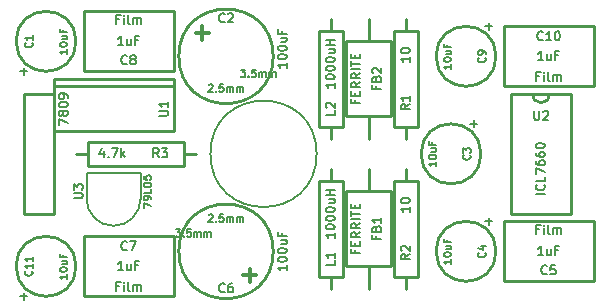
<source format=gto>
G04 (created by PCBNEW (2013-07-07 BZR 4022)-stable) date 8/2/2014 11:46:22 PM*
%MOIN*%
G04 Gerber Fmt 3.4, Leading zero omitted, Abs format*
%FSLAX34Y34*%
G01*
G70*
G90*
G04 APERTURE LIST*
%ADD10C,0.00590551*%
%ADD11C,0.01*%
%ADD12C,0.006*%
%ADD13C,0.005*%
%ADD14C,0.012*%
G04 APERTURE END LIST*
G54D10*
X68900Y-60000D02*
X68900Y-59150D01*
X68900Y-59150D02*
X67100Y-59150D01*
X67100Y-59150D02*
X67100Y-60000D01*
X67100Y-60000D02*
G75*
G03X68000Y-60900I900J0D01*
G74*
G01*
X68000Y-60900D02*
G75*
G03X68900Y-60000I0J900D01*
G74*
G01*
G54D11*
X66000Y-56250D02*
X66000Y-56000D01*
X66000Y-56000D02*
X70000Y-56000D01*
X70000Y-56000D02*
X70000Y-56250D01*
X66000Y-57750D02*
X66000Y-56250D01*
X66000Y-56250D02*
X70000Y-56250D01*
X70000Y-56250D02*
X70000Y-57750D01*
X70000Y-57750D02*
X66000Y-57750D01*
X70750Y-58500D02*
X70350Y-58500D01*
X70350Y-58500D02*
X70350Y-58900D01*
X70350Y-58900D02*
X67150Y-58900D01*
X67150Y-58900D02*
X67150Y-58100D01*
X67150Y-58100D02*
X70350Y-58100D01*
X70350Y-58100D02*
X70350Y-58500D01*
X66750Y-58500D02*
X67150Y-58500D01*
X77750Y-58000D02*
X77750Y-57600D01*
X77750Y-57600D02*
X77350Y-57600D01*
X77350Y-57600D02*
X77350Y-54400D01*
X77350Y-54400D02*
X78150Y-54400D01*
X78150Y-54400D02*
X78150Y-57600D01*
X78150Y-57600D02*
X77750Y-57600D01*
X77750Y-54000D02*
X77750Y-54400D01*
X75250Y-58000D02*
X75250Y-57600D01*
X75250Y-57600D02*
X74850Y-57600D01*
X74850Y-57600D02*
X74850Y-54400D01*
X74850Y-54400D02*
X75650Y-54400D01*
X75650Y-54400D02*
X75650Y-57600D01*
X75650Y-57600D02*
X75250Y-57600D01*
X75250Y-54000D02*
X75250Y-54400D01*
X77750Y-63000D02*
X77750Y-62600D01*
X77750Y-62600D02*
X77350Y-62600D01*
X77350Y-62600D02*
X77350Y-59400D01*
X77350Y-59400D02*
X78150Y-59400D01*
X78150Y-59400D02*
X78150Y-62600D01*
X78150Y-62600D02*
X77750Y-62600D01*
X77750Y-59000D02*
X77750Y-59400D01*
X75250Y-63000D02*
X75250Y-62600D01*
X75250Y-62600D02*
X74850Y-62600D01*
X74850Y-62600D02*
X74850Y-59400D01*
X74850Y-59400D02*
X75650Y-59400D01*
X75650Y-59400D02*
X75650Y-62600D01*
X75650Y-62600D02*
X75250Y-62600D01*
X75250Y-59000D02*
X75250Y-59400D01*
X65000Y-60500D02*
X65000Y-56500D01*
X66000Y-60500D02*
X66000Y-56500D01*
X66000Y-56500D02*
X65000Y-56500D01*
X65000Y-60500D02*
X66000Y-60500D01*
X73324Y-61750D02*
G75*
G03X73324Y-61750I-1574J0D01*
G74*
G01*
X73324Y-55250D02*
G75*
G03X73324Y-55250I-1574J0D01*
G74*
G01*
X75750Y-59750D02*
X75750Y-62250D01*
X77250Y-59750D02*
X77250Y-62250D01*
X76500Y-59750D02*
X77250Y-59750D01*
X77250Y-62250D02*
X75750Y-62250D01*
X75750Y-59750D02*
X76500Y-59750D01*
X76500Y-63000D02*
X76500Y-62250D01*
X76500Y-59000D02*
X76500Y-59750D01*
X75750Y-54750D02*
X75750Y-57250D01*
X77250Y-54750D02*
X77250Y-57250D01*
X76500Y-54750D02*
X77250Y-54750D01*
X77250Y-57250D02*
X75750Y-57250D01*
X75750Y-54750D02*
X76500Y-54750D01*
X76500Y-58000D02*
X76500Y-57250D01*
X76500Y-54000D02*
X76500Y-54750D01*
X66750Y-62250D02*
G75*
G03X66750Y-62250I-1000J0D01*
G74*
G01*
X80750Y-61750D02*
G75*
G03X80750Y-61750I-1000J0D01*
G74*
G01*
X80750Y-55250D02*
G75*
G03X80750Y-55250I-1000J0D01*
G74*
G01*
X80250Y-58500D02*
G75*
G03X80250Y-58500I-1000J0D01*
G74*
G01*
X66750Y-54750D02*
G75*
G03X66750Y-54750I-1000J0D01*
G74*
G01*
X82250Y-56800D02*
G75*
G03X82550Y-56500I0J300D01*
G74*
G01*
X81950Y-56500D02*
G75*
G03X82250Y-56800I300J0D01*
G74*
G01*
X83250Y-56500D02*
X83250Y-60500D01*
X83250Y-60500D02*
X81250Y-60500D01*
X81250Y-60500D02*
X81250Y-56500D01*
X81250Y-56500D02*
X83250Y-56500D01*
X70000Y-61250D02*
X70000Y-63250D01*
X70000Y-63250D02*
X67000Y-63250D01*
X67000Y-63250D02*
X67000Y-61250D01*
X67000Y-61250D02*
X70000Y-61250D01*
X81000Y-62750D02*
X81000Y-60750D01*
X81000Y-60750D02*
X84000Y-60750D01*
X84000Y-60750D02*
X84000Y-62750D01*
X84000Y-62750D02*
X81000Y-62750D01*
X67000Y-55750D02*
X67000Y-53750D01*
X67000Y-53750D02*
X70000Y-53750D01*
X70000Y-53750D02*
X70000Y-55750D01*
X70000Y-55750D02*
X67000Y-55750D01*
X84000Y-54250D02*
X84000Y-56250D01*
X84000Y-56250D02*
X81000Y-56250D01*
X81000Y-56250D02*
X81000Y-54250D01*
X81000Y-54250D02*
X84000Y-54250D01*
G54D10*
X74771Y-58500D02*
G75*
G03X74771Y-58500I-1771J0D01*
G74*
G01*
G54D12*
X66671Y-59978D02*
X66914Y-59978D01*
X66942Y-59964D01*
X66957Y-59950D01*
X66971Y-59921D01*
X66971Y-59864D01*
X66957Y-59835D01*
X66942Y-59821D01*
X66914Y-59807D01*
X66671Y-59807D01*
X66671Y-59692D02*
X66671Y-59507D01*
X66785Y-59607D01*
X66785Y-59564D01*
X66800Y-59535D01*
X66814Y-59521D01*
X66842Y-59507D01*
X66914Y-59507D01*
X66942Y-59521D01*
X66957Y-59535D01*
X66971Y-59564D01*
X66971Y-59650D01*
X66957Y-59678D01*
X66942Y-59692D01*
G54D13*
X69001Y-60291D02*
X69001Y-60125D01*
X69251Y-60232D01*
X69251Y-60017D02*
X69251Y-59970D01*
X69239Y-59946D01*
X69227Y-59934D01*
X69191Y-59910D01*
X69144Y-59898D01*
X69048Y-59898D01*
X69025Y-59910D01*
X69013Y-59922D01*
X69001Y-59946D01*
X69001Y-59994D01*
X69013Y-60017D01*
X69025Y-60029D01*
X69048Y-60041D01*
X69108Y-60041D01*
X69132Y-60029D01*
X69144Y-60017D01*
X69155Y-59994D01*
X69155Y-59946D01*
X69144Y-59922D01*
X69132Y-59910D01*
X69108Y-59898D01*
X69251Y-59672D02*
X69251Y-59791D01*
X69001Y-59791D01*
X69001Y-59541D02*
X69001Y-59517D01*
X69013Y-59494D01*
X69025Y-59482D01*
X69048Y-59470D01*
X69096Y-59458D01*
X69155Y-59458D01*
X69203Y-59470D01*
X69227Y-59482D01*
X69239Y-59494D01*
X69251Y-59517D01*
X69251Y-59541D01*
X69239Y-59565D01*
X69227Y-59577D01*
X69203Y-59589D01*
X69155Y-59601D01*
X69096Y-59601D01*
X69048Y-59589D01*
X69025Y-59577D01*
X69013Y-59565D01*
X69001Y-59541D01*
X69001Y-59232D02*
X69001Y-59351D01*
X69120Y-59363D01*
X69108Y-59351D01*
X69096Y-59327D01*
X69096Y-59267D01*
X69108Y-59244D01*
X69120Y-59232D01*
X69144Y-59220D01*
X69203Y-59220D01*
X69227Y-59232D01*
X69239Y-59244D01*
X69251Y-59267D01*
X69251Y-59327D01*
X69239Y-59351D01*
X69227Y-59363D01*
G54D12*
X69521Y-57228D02*
X69764Y-57228D01*
X69792Y-57214D01*
X69807Y-57200D01*
X69821Y-57171D01*
X69821Y-57114D01*
X69807Y-57085D01*
X69792Y-57071D01*
X69764Y-57057D01*
X69521Y-57057D01*
X69821Y-56757D02*
X69821Y-56928D01*
X69821Y-56842D02*
X69521Y-56842D01*
X69564Y-56871D01*
X69592Y-56900D01*
X69607Y-56928D01*
X66171Y-57528D02*
X66171Y-57328D01*
X66471Y-57457D01*
X66300Y-57171D02*
X66285Y-57200D01*
X66271Y-57214D01*
X66242Y-57228D01*
X66228Y-57228D01*
X66200Y-57214D01*
X66185Y-57200D01*
X66171Y-57171D01*
X66171Y-57114D01*
X66185Y-57085D01*
X66200Y-57071D01*
X66228Y-57057D01*
X66242Y-57057D01*
X66271Y-57071D01*
X66285Y-57085D01*
X66300Y-57114D01*
X66300Y-57171D01*
X66314Y-57200D01*
X66328Y-57214D01*
X66357Y-57228D01*
X66414Y-57228D01*
X66442Y-57214D01*
X66457Y-57200D01*
X66471Y-57171D01*
X66471Y-57114D01*
X66457Y-57085D01*
X66442Y-57071D01*
X66414Y-57057D01*
X66357Y-57057D01*
X66328Y-57071D01*
X66314Y-57085D01*
X66300Y-57114D01*
X66171Y-56871D02*
X66171Y-56842D01*
X66185Y-56814D01*
X66200Y-56800D01*
X66228Y-56785D01*
X66285Y-56771D01*
X66357Y-56771D01*
X66414Y-56785D01*
X66442Y-56800D01*
X66457Y-56814D01*
X66471Y-56842D01*
X66471Y-56871D01*
X66457Y-56900D01*
X66442Y-56914D01*
X66414Y-56928D01*
X66357Y-56942D01*
X66285Y-56942D01*
X66228Y-56928D01*
X66200Y-56914D01*
X66185Y-56900D01*
X66171Y-56871D01*
X66471Y-56628D02*
X66471Y-56571D01*
X66457Y-56542D01*
X66442Y-56528D01*
X66400Y-56500D01*
X66342Y-56485D01*
X66228Y-56485D01*
X66200Y-56500D01*
X66185Y-56514D01*
X66171Y-56542D01*
X66171Y-56600D01*
X66185Y-56628D01*
X66200Y-56642D01*
X66228Y-56657D01*
X66300Y-56657D01*
X66328Y-56642D01*
X66342Y-56628D01*
X66357Y-56600D01*
X66357Y-56542D01*
X66342Y-56514D01*
X66328Y-56500D01*
X66300Y-56485D01*
X69500Y-58621D02*
X69400Y-58478D01*
X69328Y-58621D02*
X69328Y-58321D01*
X69442Y-58321D01*
X69471Y-58335D01*
X69485Y-58350D01*
X69500Y-58378D01*
X69500Y-58421D01*
X69485Y-58450D01*
X69471Y-58464D01*
X69442Y-58478D01*
X69328Y-58478D01*
X69600Y-58321D02*
X69785Y-58321D01*
X69685Y-58435D01*
X69728Y-58435D01*
X69757Y-58450D01*
X69771Y-58464D01*
X69785Y-58492D01*
X69785Y-58564D01*
X69771Y-58592D01*
X69757Y-58607D01*
X69728Y-58621D01*
X69642Y-58621D01*
X69614Y-58607D01*
X69600Y-58592D01*
X67671Y-58421D02*
X67671Y-58621D01*
X67600Y-58307D02*
X67528Y-58521D01*
X67714Y-58521D01*
X67828Y-58592D02*
X67842Y-58607D01*
X67828Y-58621D01*
X67814Y-58607D01*
X67828Y-58592D01*
X67828Y-58621D01*
X67942Y-58321D02*
X68142Y-58321D01*
X68014Y-58621D01*
X68257Y-58621D02*
X68257Y-58321D01*
X68285Y-58507D02*
X68371Y-58621D01*
X68371Y-58421D02*
X68257Y-58535D01*
X77871Y-56850D02*
X77728Y-56950D01*
X77871Y-57021D02*
X77571Y-57021D01*
X77571Y-56907D01*
X77585Y-56878D01*
X77600Y-56864D01*
X77628Y-56850D01*
X77671Y-56850D01*
X77700Y-56864D01*
X77714Y-56878D01*
X77728Y-56907D01*
X77728Y-57021D01*
X77871Y-56564D02*
X77871Y-56735D01*
X77871Y-56650D02*
X77571Y-56650D01*
X77614Y-56678D01*
X77642Y-56707D01*
X77657Y-56735D01*
X77871Y-55257D02*
X77871Y-55428D01*
X77871Y-55342D02*
X77571Y-55342D01*
X77614Y-55371D01*
X77642Y-55400D01*
X77657Y-55428D01*
X77571Y-55071D02*
X77571Y-55042D01*
X77585Y-55014D01*
X77600Y-55000D01*
X77628Y-54985D01*
X77685Y-54971D01*
X77757Y-54971D01*
X77814Y-54985D01*
X77842Y-55000D01*
X77857Y-55014D01*
X77871Y-55042D01*
X77871Y-55071D01*
X77857Y-55100D01*
X77842Y-55114D01*
X77814Y-55128D01*
X77757Y-55142D01*
X77685Y-55142D01*
X77628Y-55128D01*
X77600Y-55114D01*
X77585Y-55100D01*
X77571Y-55071D01*
X75371Y-57049D02*
X75371Y-57192D01*
X75071Y-57192D01*
X75100Y-56964D02*
X75085Y-56949D01*
X75071Y-56921D01*
X75071Y-56849D01*
X75085Y-56821D01*
X75100Y-56807D01*
X75128Y-56792D01*
X75157Y-56792D01*
X75200Y-56807D01*
X75371Y-56978D01*
X75371Y-56792D01*
X75371Y-56135D02*
X75371Y-56307D01*
X75371Y-56221D02*
X75071Y-56221D01*
X75114Y-56249D01*
X75142Y-56278D01*
X75157Y-56307D01*
X75071Y-55950D02*
X75071Y-55921D01*
X75085Y-55892D01*
X75100Y-55878D01*
X75128Y-55864D01*
X75185Y-55850D01*
X75257Y-55850D01*
X75314Y-55864D01*
X75342Y-55878D01*
X75357Y-55892D01*
X75371Y-55921D01*
X75371Y-55950D01*
X75357Y-55978D01*
X75342Y-55992D01*
X75314Y-56007D01*
X75257Y-56021D01*
X75185Y-56021D01*
X75128Y-56007D01*
X75100Y-55992D01*
X75085Y-55978D01*
X75071Y-55950D01*
X75071Y-55664D02*
X75071Y-55635D01*
X75085Y-55607D01*
X75100Y-55592D01*
X75128Y-55578D01*
X75185Y-55564D01*
X75257Y-55564D01*
X75314Y-55578D01*
X75342Y-55592D01*
X75357Y-55607D01*
X75371Y-55635D01*
X75371Y-55664D01*
X75357Y-55692D01*
X75342Y-55707D01*
X75314Y-55721D01*
X75257Y-55735D01*
X75185Y-55735D01*
X75128Y-55721D01*
X75100Y-55707D01*
X75085Y-55692D01*
X75071Y-55664D01*
X75071Y-55378D02*
X75071Y-55350D01*
X75085Y-55321D01*
X75100Y-55307D01*
X75128Y-55292D01*
X75185Y-55278D01*
X75257Y-55278D01*
X75314Y-55292D01*
X75342Y-55307D01*
X75357Y-55321D01*
X75371Y-55350D01*
X75371Y-55378D01*
X75357Y-55407D01*
X75342Y-55421D01*
X75314Y-55435D01*
X75257Y-55450D01*
X75185Y-55450D01*
X75128Y-55435D01*
X75100Y-55421D01*
X75085Y-55407D01*
X75071Y-55378D01*
X75171Y-55021D02*
X75371Y-55021D01*
X75171Y-55150D02*
X75328Y-55150D01*
X75357Y-55135D01*
X75371Y-55107D01*
X75371Y-55064D01*
X75357Y-55035D01*
X75342Y-55021D01*
X75371Y-54878D02*
X75071Y-54878D01*
X75214Y-54878D02*
X75214Y-54707D01*
X75371Y-54707D02*
X75071Y-54707D01*
X77871Y-61850D02*
X77728Y-61950D01*
X77871Y-62021D02*
X77571Y-62021D01*
X77571Y-61907D01*
X77585Y-61878D01*
X77600Y-61864D01*
X77628Y-61850D01*
X77671Y-61850D01*
X77700Y-61864D01*
X77714Y-61878D01*
X77728Y-61907D01*
X77728Y-62021D01*
X77600Y-61735D02*
X77585Y-61721D01*
X77571Y-61692D01*
X77571Y-61621D01*
X77585Y-61592D01*
X77600Y-61578D01*
X77628Y-61564D01*
X77657Y-61564D01*
X77700Y-61578D01*
X77871Y-61750D01*
X77871Y-61564D01*
X77871Y-60257D02*
X77871Y-60428D01*
X77871Y-60342D02*
X77571Y-60342D01*
X77614Y-60371D01*
X77642Y-60400D01*
X77657Y-60428D01*
X77571Y-60071D02*
X77571Y-60042D01*
X77585Y-60014D01*
X77600Y-60000D01*
X77628Y-59985D01*
X77685Y-59971D01*
X77757Y-59971D01*
X77814Y-59985D01*
X77842Y-60000D01*
X77857Y-60014D01*
X77871Y-60042D01*
X77871Y-60071D01*
X77857Y-60100D01*
X77842Y-60114D01*
X77814Y-60128D01*
X77757Y-60142D01*
X77685Y-60142D01*
X77628Y-60128D01*
X77600Y-60114D01*
X77585Y-60100D01*
X77571Y-60071D01*
X75371Y-62049D02*
X75371Y-62192D01*
X75071Y-62192D01*
X75371Y-61792D02*
X75371Y-61964D01*
X75371Y-61878D02*
X75071Y-61878D01*
X75114Y-61907D01*
X75142Y-61935D01*
X75157Y-61964D01*
X75371Y-61135D02*
X75371Y-61307D01*
X75371Y-61221D02*
X75071Y-61221D01*
X75114Y-61249D01*
X75142Y-61278D01*
X75157Y-61307D01*
X75071Y-60950D02*
X75071Y-60921D01*
X75085Y-60892D01*
X75100Y-60878D01*
X75128Y-60864D01*
X75185Y-60850D01*
X75257Y-60850D01*
X75314Y-60864D01*
X75342Y-60878D01*
X75357Y-60892D01*
X75371Y-60921D01*
X75371Y-60950D01*
X75357Y-60978D01*
X75342Y-60992D01*
X75314Y-61007D01*
X75257Y-61021D01*
X75185Y-61021D01*
X75128Y-61007D01*
X75100Y-60992D01*
X75085Y-60978D01*
X75071Y-60950D01*
X75071Y-60664D02*
X75071Y-60635D01*
X75085Y-60607D01*
X75100Y-60592D01*
X75128Y-60578D01*
X75185Y-60564D01*
X75257Y-60564D01*
X75314Y-60578D01*
X75342Y-60592D01*
X75357Y-60607D01*
X75371Y-60635D01*
X75371Y-60664D01*
X75357Y-60692D01*
X75342Y-60707D01*
X75314Y-60721D01*
X75257Y-60735D01*
X75185Y-60735D01*
X75128Y-60721D01*
X75100Y-60707D01*
X75085Y-60692D01*
X75071Y-60664D01*
X75071Y-60378D02*
X75071Y-60350D01*
X75085Y-60321D01*
X75100Y-60307D01*
X75128Y-60292D01*
X75185Y-60278D01*
X75257Y-60278D01*
X75314Y-60292D01*
X75342Y-60307D01*
X75357Y-60321D01*
X75371Y-60350D01*
X75371Y-60378D01*
X75357Y-60407D01*
X75342Y-60421D01*
X75314Y-60435D01*
X75257Y-60450D01*
X75185Y-60450D01*
X75128Y-60435D01*
X75100Y-60421D01*
X75085Y-60407D01*
X75071Y-60378D01*
X75171Y-60021D02*
X75371Y-60021D01*
X75171Y-60150D02*
X75328Y-60150D01*
X75357Y-60135D01*
X75371Y-60107D01*
X75371Y-60064D01*
X75357Y-60035D01*
X75342Y-60021D01*
X75371Y-59878D02*
X75071Y-59878D01*
X75214Y-59878D02*
X75214Y-59707D01*
X75371Y-59707D02*
X75071Y-59707D01*
X71700Y-63092D02*
X71685Y-63107D01*
X71642Y-63121D01*
X71614Y-63121D01*
X71571Y-63107D01*
X71542Y-63078D01*
X71528Y-63050D01*
X71514Y-62992D01*
X71514Y-62950D01*
X71528Y-62892D01*
X71542Y-62864D01*
X71571Y-62835D01*
X71614Y-62821D01*
X71642Y-62821D01*
X71685Y-62835D01*
X71700Y-62850D01*
X71957Y-62821D02*
X71900Y-62821D01*
X71871Y-62835D01*
X71857Y-62850D01*
X71828Y-62892D01*
X71814Y-62950D01*
X71814Y-63064D01*
X71828Y-63092D01*
X71842Y-63107D01*
X71871Y-63121D01*
X71928Y-63121D01*
X71957Y-63107D01*
X71971Y-63092D01*
X71985Y-63064D01*
X71985Y-62992D01*
X71971Y-62964D01*
X71957Y-62950D01*
X71928Y-62935D01*
X71871Y-62935D01*
X71842Y-62950D01*
X71828Y-62964D01*
X71814Y-62992D01*
X73771Y-62214D02*
X73771Y-62385D01*
X73771Y-62300D02*
X73471Y-62300D01*
X73514Y-62328D01*
X73542Y-62357D01*
X73557Y-62385D01*
X73471Y-62028D02*
X73471Y-62000D01*
X73485Y-61971D01*
X73500Y-61957D01*
X73528Y-61942D01*
X73585Y-61928D01*
X73657Y-61928D01*
X73714Y-61942D01*
X73742Y-61957D01*
X73757Y-61971D01*
X73771Y-62000D01*
X73771Y-62028D01*
X73757Y-62057D01*
X73742Y-62071D01*
X73714Y-62085D01*
X73657Y-62100D01*
X73585Y-62100D01*
X73528Y-62085D01*
X73500Y-62071D01*
X73485Y-62057D01*
X73471Y-62028D01*
X73471Y-61742D02*
X73471Y-61714D01*
X73485Y-61685D01*
X73500Y-61671D01*
X73528Y-61657D01*
X73585Y-61642D01*
X73657Y-61642D01*
X73714Y-61657D01*
X73742Y-61671D01*
X73757Y-61685D01*
X73771Y-61714D01*
X73771Y-61742D01*
X73757Y-61771D01*
X73742Y-61785D01*
X73714Y-61800D01*
X73657Y-61814D01*
X73585Y-61814D01*
X73528Y-61800D01*
X73500Y-61785D01*
X73485Y-61771D01*
X73471Y-61742D01*
X73571Y-61385D02*
X73771Y-61385D01*
X73571Y-61514D02*
X73728Y-61514D01*
X73757Y-61500D01*
X73771Y-61471D01*
X73771Y-61428D01*
X73757Y-61400D01*
X73742Y-61385D01*
X73614Y-61142D02*
X73614Y-61242D01*
X73771Y-61242D02*
X73471Y-61242D01*
X73471Y-61100D01*
G54D13*
X70072Y-61010D02*
X70226Y-61010D01*
X70143Y-61105D01*
X70179Y-61105D01*
X70203Y-61117D01*
X70214Y-61129D01*
X70226Y-61153D01*
X70226Y-61213D01*
X70214Y-61236D01*
X70203Y-61248D01*
X70179Y-61260D01*
X70107Y-61260D01*
X70083Y-61248D01*
X70072Y-61236D01*
X70333Y-61236D02*
X70345Y-61248D01*
X70333Y-61260D01*
X70322Y-61248D01*
X70333Y-61236D01*
X70333Y-61260D01*
X70572Y-61010D02*
X70453Y-61010D01*
X70441Y-61129D01*
X70453Y-61117D01*
X70476Y-61105D01*
X70536Y-61105D01*
X70560Y-61117D01*
X70572Y-61129D01*
X70583Y-61153D01*
X70583Y-61213D01*
X70572Y-61236D01*
X70560Y-61248D01*
X70536Y-61260D01*
X70476Y-61260D01*
X70453Y-61248D01*
X70441Y-61236D01*
X70691Y-61260D02*
X70691Y-61093D01*
X70691Y-61117D02*
X70703Y-61105D01*
X70726Y-61093D01*
X70762Y-61093D01*
X70786Y-61105D01*
X70798Y-61129D01*
X70798Y-61260D01*
X70798Y-61129D02*
X70810Y-61105D01*
X70833Y-61093D01*
X70869Y-61093D01*
X70893Y-61105D01*
X70905Y-61129D01*
X70905Y-61260D01*
X71024Y-61260D02*
X71024Y-61093D01*
X71024Y-61117D02*
X71036Y-61105D01*
X71060Y-61093D01*
X71095Y-61093D01*
X71119Y-61105D01*
X71131Y-61129D01*
X71131Y-61260D01*
X71131Y-61129D02*
X71143Y-61105D01*
X71167Y-61093D01*
X71203Y-61093D01*
X71226Y-61105D01*
X71238Y-61129D01*
X71238Y-61260D01*
X71166Y-60542D02*
X71178Y-60530D01*
X71202Y-60518D01*
X71261Y-60518D01*
X71285Y-60530D01*
X71297Y-60542D01*
X71309Y-60566D01*
X71309Y-60589D01*
X71297Y-60625D01*
X71154Y-60768D01*
X71309Y-60768D01*
X71416Y-60744D02*
X71428Y-60756D01*
X71416Y-60768D01*
X71404Y-60756D01*
X71416Y-60744D01*
X71416Y-60768D01*
X71654Y-60518D02*
X71535Y-60518D01*
X71523Y-60637D01*
X71535Y-60625D01*
X71559Y-60613D01*
X71619Y-60613D01*
X71642Y-60625D01*
X71654Y-60637D01*
X71666Y-60661D01*
X71666Y-60720D01*
X71654Y-60744D01*
X71642Y-60756D01*
X71619Y-60768D01*
X71559Y-60768D01*
X71535Y-60756D01*
X71523Y-60744D01*
X71773Y-60768D02*
X71773Y-60601D01*
X71773Y-60625D02*
X71785Y-60613D01*
X71809Y-60601D01*
X71845Y-60601D01*
X71869Y-60613D01*
X71880Y-60637D01*
X71880Y-60768D01*
X71880Y-60637D02*
X71892Y-60613D01*
X71916Y-60601D01*
X71952Y-60601D01*
X71976Y-60613D01*
X71988Y-60637D01*
X71988Y-60768D01*
X72107Y-60768D02*
X72107Y-60601D01*
X72107Y-60625D02*
X72119Y-60613D01*
X72142Y-60601D01*
X72178Y-60601D01*
X72202Y-60613D01*
X72214Y-60637D01*
X72214Y-60768D01*
X72214Y-60637D02*
X72226Y-60613D01*
X72250Y-60601D01*
X72285Y-60601D01*
X72309Y-60613D01*
X72321Y-60637D01*
X72321Y-60768D01*
G54D14*
X72308Y-62551D02*
X72765Y-62551D01*
X72537Y-62780D02*
X72537Y-62323D01*
G54D12*
X71700Y-54092D02*
X71685Y-54107D01*
X71642Y-54121D01*
X71614Y-54121D01*
X71571Y-54107D01*
X71542Y-54078D01*
X71528Y-54050D01*
X71514Y-53992D01*
X71514Y-53950D01*
X71528Y-53892D01*
X71542Y-53864D01*
X71571Y-53835D01*
X71614Y-53821D01*
X71642Y-53821D01*
X71685Y-53835D01*
X71700Y-53850D01*
X71814Y-53850D02*
X71828Y-53835D01*
X71857Y-53821D01*
X71928Y-53821D01*
X71957Y-53835D01*
X71971Y-53850D01*
X71985Y-53878D01*
X71985Y-53907D01*
X71971Y-53950D01*
X71800Y-54121D01*
X71985Y-54121D01*
X73771Y-55464D02*
X73771Y-55635D01*
X73771Y-55550D02*
X73471Y-55550D01*
X73514Y-55578D01*
X73542Y-55607D01*
X73557Y-55635D01*
X73471Y-55278D02*
X73471Y-55250D01*
X73485Y-55221D01*
X73500Y-55207D01*
X73528Y-55192D01*
X73585Y-55178D01*
X73657Y-55178D01*
X73714Y-55192D01*
X73742Y-55207D01*
X73757Y-55221D01*
X73771Y-55250D01*
X73771Y-55278D01*
X73757Y-55307D01*
X73742Y-55321D01*
X73714Y-55335D01*
X73657Y-55350D01*
X73585Y-55350D01*
X73528Y-55335D01*
X73500Y-55321D01*
X73485Y-55307D01*
X73471Y-55278D01*
X73471Y-54992D02*
X73471Y-54964D01*
X73485Y-54935D01*
X73500Y-54921D01*
X73528Y-54907D01*
X73585Y-54892D01*
X73657Y-54892D01*
X73714Y-54907D01*
X73742Y-54921D01*
X73757Y-54935D01*
X73771Y-54964D01*
X73771Y-54992D01*
X73757Y-55021D01*
X73742Y-55035D01*
X73714Y-55050D01*
X73657Y-55064D01*
X73585Y-55064D01*
X73528Y-55050D01*
X73500Y-55035D01*
X73485Y-55021D01*
X73471Y-54992D01*
X73571Y-54635D02*
X73771Y-54635D01*
X73571Y-54764D02*
X73728Y-54764D01*
X73757Y-54750D01*
X73771Y-54721D01*
X73771Y-54678D01*
X73757Y-54650D01*
X73742Y-54635D01*
X73614Y-54392D02*
X73614Y-54492D01*
X73771Y-54492D02*
X73471Y-54492D01*
X73471Y-54350D01*
G54D13*
X72237Y-55691D02*
X72392Y-55691D01*
X72308Y-55786D01*
X72344Y-55786D01*
X72368Y-55798D01*
X72380Y-55810D01*
X72392Y-55834D01*
X72392Y-55894D01*
X72380Y-55917D01*
X72368Y-55929D01*
X72344Y-55941D01*
X72273Y-55941D01*
X72249Y-55929D01*
X72237Y-55917D01*
X72499Y-55917D02*
X72511Y-55929D01*
X72499Y-55941D01*
X72487Y-55929D01*
X72499Y-55917D01*
X72499Y-55941D01*
X72737Y-55691D02*
X72618Y-55691D01*
X72606Y-55810D01*
X72618Y-55798D01*
X72642Y-55786D01*
X72701Y-55786D01*
X72725Y-55798D01*
X72737Y-55810D01*
X72749Y-55834D01*
X72749Y-55894D01*
X72737Y-55917D01*
X72725Y-55929D01*
X72701Y-55941D01*
X72642Y-55941D01*
X72618Y-55929D01*
X72606Y-55917D01*
X72856Y-55941D02*
X72856Y-55775D01*
X72856Y-55798D02*
X72868Y-55786D01*
X72892Y-55775D01*
X72927Y-55775D01*
X72951Y-55786D01*
X72963Y-55810D01*
X72963Y-55941D01*
X72963Y-55810D02*
X72975Y-55786D01*
X72999Y-55775D01*
X73035Y-55775D01*
X73058Y-55786D01*
X73070Y-55810D01*
X73070Y-55941D01*
X73189Y-55941D02*
X73189Y-55775D01*
X73189Y-55798D02*
X73201Y-55786D01*
X73225Y-55775D01*
X73261Y-55775D01*
X73285Y-55786D01*
X73296Y-55810D01*
X73296Y-55941D01*
X73296Y-55810D02*
X73308Y-55786D01*
X73332Y-55775D01*
X73368Y-55775D01*
X73392Y-55786D01*
X73404Y-55810D01*
X73404Y-55941D01*
X71166Y-56207D02*
X71178Y-56195D01*
X71202Y-56183D01*
X71261Y-56183D01*
X71285Y-56195D01*
X71297Y-56207D01*
X71309Y-56231D01*
X71309Y-56255D01*
X71297Y-56291D01*
X71154Y-56433D01*
X71309Y-56433D01*
X71416Y-56410D02*
X71428Y-56421D01*
X71416Y-56433D01*
X71404Y-56421D01*
X71416Y-56410D01*
X71416Y-56433D01*
X71654Y-56183D02*
X71535Y-56183D01*
X71523Y-56302D01*
X71535Y-56291D01*
X71559Y-56279D01*
X71619Y-56279D01*
X71642Y-56291D01*
X71654Y-56302D01*
X71666Y-56326D01*
X71666Y-56386D01*
X71654Y-56410D01*
X71642Y-56421D01*
X71619Y-56433D01*
X71559Y-56433D01*
X71535Y-56421D01*
X71523Y-56410D01*
X71773Y-56433D02*
X71773Y-56267D01*
X71773Y-56291D02*
X71785Y-56279D01*
X71809Y-56267D01*
X71845Y-56267D01*
X71869Y-56279D01*
X71880Y-56302D01*
X71880Y-56433D01*
X71880Y-56302D02*
X71892Y-56279D01*
X71916Y-56267D01*
X71952Y-56267D01*
X71976Y-56279D01*
X71988Y-56302D01*
X71988Y-56433D01*
X72107Y-56433D02*
X72107Y-56267D01*
X72107Y-56291D02*
X72119Y-56279D01*
X72142Y-56267D01*
X72178Y-56267D01*
X72202Y-56279D01*
X72214Y-56302D01*
X72214Y-56433D01*
X72214Y-56302D02*
X72226Y-56279D01*
X72250Y-56267D01*
X72285Y-56267D01*
X72309Y-56279D01*
X72321Y-56302D01*
X72321Y-56433D01*
G54D14*
X70734Y-54476D02*
X71191Y-54476D01*
X70962Y-54705D02*
X70962Y-54248D01*
G54D12*
X76764Y-61249D02*
X76764Y-61349D01*
X76921Y-61349D02*
X76621Y-61349D01*
X76621Y-61207D01*
X76764Y-60992D02*
X76778Y-60949D01*
X76792Y-60935D01*
X76821Y-60921D01*
X76864Y-60921D01*
X76892Y-60935D01*
X76907Y-60949D01*
X76921Y-60978D01*
X76921Y-61092D01*
X76621Y-61092D01*
X76621Y-60992D01*
X76635Y-60964D01*
X76650Y-60949D01*
X76678Y-60935D01*
X76707Y-60935D01*
X76735Y-60949D01*
X76750Y-60964D01*
X76764Y-60992D01*
X76764Y-61092D01*
X76921Y-60635D02*
X76921Y-60807D01*
X76921Y-60721D02*
X76621Y-60721D01*
X76664Y-60749D01*
X76692Y-60778D01*
X76707Y-60807D01*
X76064Y-61714D02*
X76064Y-61814D01*
X76221Y-61814D02*
X75921Y-61814D01*
X75921Y-61671D01*
X76064Y-61557D02*
X76064Y-61457D01*
X76221Y-61414D02*
X76221Y-61557D01*
X75921Y-61557D01*
X75921Y-61414D01*
X76221Y-61114D02*
X76078Y-61214D01*
X76221Y-61285D02*
X75921Y-61285D01*
X75921Y-61171D01*
X75935Y-61142D01*
X75950Y-61128D01*
X75978Y-61114D01*
X76021Y-61114D01*
X76050Y-61128D01*
X76064Y-61142D01*
X76078Y-61171D01*
X76078Y-61285D01*
X76221Y-60814D02*
X76078Y-60914D01*
X76221Y-60985D02*
X75921Y-60985D01*
X75921Y-60871D01*
X75935Y-60842D01*
X75950Y-60828D01*
X75978Y-60814D01*
X76021Y-60814D01*
X76050Y-60828D01*
X76064Y-60842D01*
X76078Y-60871D01*
X76078Y-60985D01*
X76221Y-60685D02*
X75921Y-60685D01*
X75921Y-60585D02*
X75921Y-60414D01*
X76221Y-60499D02*
X75921Y-60499D01*
X76064Y-60314D02*
X76064Y-60214D01*
X76221Y-60171D02*
X76221Y-60314D01*
X75921Y-60314D01*
X75921Y-60171D01*
X76764Y-56249D02*
X76764Y-56349D01*
X76921Y-56349D02*
X76621Y-56349D01*
X76621Y-56207D01*
X76764Y-55992D02*
X76778Y-55949D01*
X76792Y-55935D01*
X76821Y-55921D01*
X76864Y-55921D01*
X76892Y-55935D01*
X76907Y-55949D01*
X76921Y-55978D01*
X76921Y-56092D01*
X76621Y-56092D01*
X76621Y-55992D01*
X76635Y-55964D01*
X76650Y-55949D01*
X76678Y-55935D01*
X76707Y-55935D01*
X76735Y-55949D01*
X76750Y-55964D01*
X76764Y-55992D01*
X76764Y-56092D01*
X76650Y-55807D02*
X76635Y-55792D01*
X76621Y-55764D01*
X76621Y-55692D01*
X76635Y-55664D01*
X76650Y-55649D01*
X76678Y-55635D01*
X76707Y-55635D01*
X76750Y-55649D01*
X76921Y-55821D01*
X76921Y-55635D01*
X76064Y-56714D02*
X76064Y-56814D01*
X76221Y-56814D02*
X75921Y-56814D01*
X75921Y-56671D01*
X76064Y-56557D02*
X76064Y-56457D01*
X76221Y-56414D02*
X76221Y-56557D01*
X75921Y-56557D01*
X75921Y-56414D01*
X76221Y-56114D02*
X76078Y-56214D01*
X76221Y-56285D02*
X75921Y-56285D01*
X75921Y-56171D01*
X75935Y-56142D01*
X75950Y-56128D01*
X75978Y-56114D01*
X76021Y-56114D01*
X76050Y-56128D01*
X76064Y-56142D01*
X76078Y-56171D01*
X76078Y-56285D01*
X76221Y-55814D02*
X76078Y-55914D01*
X76221Y-55985D02*
X75921Y-55985D01*
X75921Y-55871D01*
X75935Y-55842D01*
X75950Y-55828D01*
X75978Y-55814D01*
X76021Y-55814D01*
X76050Y-55828D01*
X76064Y-55842D01*
X76078Y-55871D01*
X76078Y-55985D01*
X76221Y-55685D02*
X75921Y-55685D01*
X75921Y-55585D02*
X75921Y-55414D01*
X76221Y-55499D02*
X75921Y-55499D01*
X76064Y-55314D02*
X76064Y-55214D01*
X76221Y-55171D02*
X76221Y-55314D01*
X75921Y-55314D01*
X75921Y-55171D01*
G54D13*
X65277Y-62410D02*
X65289Y-62422D01*
X65301Y-62458D01*
X65301Y-62482D01*
X65289Y-62517D01*
X65265Y-62541D01*
X65241Y-62553D01*
X65194Y-62565D01*
X65158Y-62565D01*
X65110Y-62553D01*
X65086Y-62541D01*
X65063Y-62517D01*
X65051Y-62482D01*
X65051Y-62458D01*
X65063Y-62422D01*
X65075Y-62410D01*
X65301Y-62172D02*
X65301Y-62315D01*
X65301Y-62244D02*
X65051Y-62244D01*
X65086Y-62267D01*
X65110Y-62291D01*
X65122Y-62315D01*
X65301Y-61934D02*
X65301Y-62077D01*
X65301Y-62005D02*
X65051Y-62005D01*
X65086Y-62029D01*
X65110Y-62053D01*
X65122Y-62077D01*
X66451Y-62517D02*
X66451Y-62660D01*
X66451Y-62589D02*
X66201Y-62589D01*
X66236Y-62613D01*
X66260Y-62636D01*
X66272Y-62660D01*
X66201Y-62363D02*
X66201Y-62339D01*
X66213Y-62315D01*
X66225Y-62303D01*
X66248Y-62291D01*
X66296Y-62279D01*
X66355Y-62279D01*
X66403Y-62291D01*
X66427Y-62303D01*
X66439Y-62315D01*
X66451Y-62339D01*
X66451Y-62363D01*
X66439Y-62386D01*
X66427Y-62398D01*
X66403Y-62410D01*
X66355Y-62422D01*
X66296Y-62422D01*
X66248Y-62410D01*
X66225Y-62398D01*
X66213Y-62386D01*
X66201Y-62363D01*
X66284Y-62065D02*
X66451Y-62065D01*
X66284Y-62172D02*
X66415Y-62172D01*
X66439Y-62160D01*
X66451Y-62136D01*
X66451Y-62101D01*
X66439Y-62077D01*
X66427Y-62065D01*
X66320Y-61863D02*
X66320Y-61946D01*
X66451Y-61946D02*
X66201Y-61946D01*
X66201Y-61827D01*
G54D12*
X65007Y-63364D02*
X65007Y-63135D01*
X65121Y-63250D02*
X64892Y-63250D01*
G54D13*
X80377Y-61791D02*
X80389Y-61803D01*
X80401Y-61839D01*
X80401Y-61863D01*
X80389Y-61898D01*
X80365Y-61922D01*
X80341Y-61934D01*
X80294Y-61946D01*
X80258Y-61946D01*
X80210Y-61934D01*
X80186Y-61922D01*
X80163Y-61898D01*
X80151Y-61863D01*
X80151Y-61839D01*
X80163Y-61803D01*
X80175Y-61791D01*
X80234Y-61577D02*
X80401Y-61577D01*
X80139Y-61636D02*
X80317Y-61696D01*
X80317Y-61541D01*
X79251Y-62017D02*
X79251Y-62160D01*
X79251Y-62089D02*
X79001Y-62089D01*
X79036Y-62113D01*
X79060Y-62136D01*
X79072Y-62160D01*
X79001Y-61863D02*
X79001Y-61839D01*
X79013Y-61815D01*
X79025Y-61803D01*
X79048Y-61791D01*
X79096Y-61779D01*
X79155Y-61779D01*
X79203Y-61791D01*
X79227Y-61803D01*
X79239Y-61815D01*
X79251Y-61839D01*
X79251Y-61863D01*
X79239Y-61886D01*
X79227Y-61898D01*
X79203Y-61910D01*
X79155Y-61922D01*
X79096Y-61922D01*
X79048Y-61910D01*
X79025Y-61898D01*
X79013Y-61886D01*
X79001Y-61863D01*
X79084Y-61565D02*
X79251Y-61565D01*
X79084Y-61672D02*
X79215Y-61672D01*
X79239Y-61660D01*
X79251Y-61636D01*
X79251Y-61601D01*
X79239Y-61577D01*
X79227Y-61565D01*
X79120Y-61363D02*
X79120Y-61446D01*
X79251Y-61446D02*
X79001Y-61446D01*
X79001Y-61327D01*
G54D12*
X80507Y-60864D02*
X80507Y-60635D01*
X80621Y-60750D02*
X80392Y-60750D01*
G54D13*
X80377Y-55291D02*
X80389Y-55303D01*
X80401Y-55339D01*
X80401Y-55363D01*
X80389Y-55398D01*
X80365Y-55422D01*
X80341Y-55434D01*
X80294Y-55446D01*
X80258Y-55446D01*
X80210Y-55434D01*
X80186Y-55422D01*
X80163Y-55398D01*
X80151Y-55363D01*
X80151Y-55339D01*
X80163Y-55303D01*
X80175Y-55291D01*
X80401Y-55172D02*
X80401Y-55125D01*
X80389Y-55101D01*
X80377Y-55089D01*
X80341Y-55065D01*
X80294Y-55053D01*
X80198Y-55053D01*
X80175Y-55065D01*
X80163Y-55077D01*
X80151Y-55101D01*
X80151Y-55148D01*
X80163Y-55172D01*
X80175Y-55184D01*
X80198Y-55196D01*
X80258Y-55196D01*
X80282Y-55184D01*
X80294Y-55172D01*
X80305Y-55148D01*
X80305Y-55101D01*
X80294Y-55077D01*
X80282Y-55065D01*
X80258Y-55053D01*
X79251Y-55517D02*
X79251Y-55660D01*
X79251Y-55589D02*
X79001Y-55589D01*
X79036Y-55613D01*
X79060Y-55636D01*
X79072Y-55660D01*
X79001Y-55363D02*
X79001Y-55339D01*
X79013Y-55315D01*
X79025Y-55303D01*
X79048Y-55291D01*
X79096Y-55279D01*
X79155Y-55279D01*
X79203Y-55291D01*
X79227Y-55303D01*
X79239Y-55315D01*
X79251Y-55339D01*
X79251Y-55363D01*
X79239Y-55386D01*
X79227Y-55398D01*
X79203Y-55410D01*
X79155Y-55422D01*
X79096Y-55422D01*
X79048Y-55410D01*
X79025Y-55398D01*
X79013Y-55386D01*
X79001Y-55363D01*
X79084Y-55065D02*
X79251Y-55065D01*
X79084Y-55172D02*
X79215Y-55172D01*
X79239Y-55160D01*
X79251Y-55136D01*
X79251Y-55101D01*
X79239Y-55077D01*
X79227Y-55065D01*
X79120Y-54863D02*
X79120Y-54946D01*
X79251Y-54946D02*
X79001Y-54946D01*
X79001Y-54827D01*
G54D12*
X80507Y-54364D02*
X80507Y-54135D01*
X80621Y-54250D02*
X80392Y-54250D01*
G54D13*
X79877Y-58541D02*
X79889Y-58553D01*
X79901Y-58589D01*
X79901Y-58613D01*
X79889Y-58648D01*
X79865Y-58672D01*
X79841Y-58684D01*
X79794Y-58696D01*
X79758Y-58696D01*
X79710Y-58684D01*
X79686Y-58672D01*
X79663Y-58648D01*
X79651Y-58613D01*
X79651Y-58589D01*
X79663Y-58553D01*
X79675Y-58541D01*
X79651Y-58458D02*
X79651Y-58303D01*
X79746Y-58386D01*
X79746Y-58351D01*
X79758Y-58327D01*
X79770Y-58315D01*
X79794Y-58303D01*
X79853Y-58303D01*
X79877Y-58315D01*
X79889Y-58327D01*
X79901Y-58351D01*
X79901Y-58422D01*
X79889Y-58446D01*
X79877Y-58458D01*
X78751Y-58767D02*
X78751Y-58910D01*
X78751Y-58839D02*
X78501Y-58839D01*
X78536Y-58863D01*
X78560Y-58886D01*
X78572Y-58910D01*
X78501Y-58613D02*
X78501Y-58589D01*
X78513Y-58565D01*
X78525Y-58553D01*
X78548Y-58541D01*
X78596Y-58529D01*
X78655Y-58529D01*
X78703Y-58541D01*
X78727Y-58553D01*
X78739Y-58565D01*
X78751Y-58589D01*
X78751Y-58613D01*
X78739Y-58636D01*
X78727Y-58648D01*
X78703Y-58660D01*
X78655Y-58672D01*
X78596Y-58672D01*
X78548Y-58660D01*
X78525Y-58648D01*
X78513Y-58636D01*
X78501Y-58613D01*
X78584Y-58315D02*
X78751Y-58315D01*
X78584Y-58422D02*
X78715Y-58422D01*
X78739Y-58410D01*
X78751Y-58386D01*
X78751Y-58351D01*
X78739Y-58327D01*
X78727Y-58315D01*
X78620Y-58113D02*
X78620Y-58196D01*
X78751Y-58196D02*
X78501Y-58196D01*
X78501Y-58077D01*
G54D12*
X80007Y-57614D02*
X80007Y-57385D01*
X80121Y-57500D02*
X79892Y-57500D01*
G54D13*
X65277Y-54791D02*
X65289Y-54803D01*
X65301Y-54839D01*
X65301Y-54863D01*
X65289Y-54898D01*
X65265Y-54922D01*
X65241Y-54934D01*
X65194Y-54946D01*
X65158Y-54946D01*
X65110Y-54934D01*
X65086Y-54922D01*
X65063Y-54898D01*
X65051Y-54863D01*
X65051Y-54839D01*
X65063Y-54803D01*
X65075Y-54791D01*
X65301Y-54553D02*
X65301Y-54696D01*
X65301Y-54625D02*
X65051Y-54625D01*
X65086Y-54648D01*
X65110Y-54672D01*
X65122Y-54696D01*
X66451Y-55017D02*
X66451Y-55160D01*
X66451Y-55089D02*
X66201Y-55089D01*
X66236Y-55113D01*
X66260Y-55136D01*
X66272Y-55160D01*
X66201Y-54863D02*
X66201Y-54839D01*
X66213Y-54815D01*
X66225Y-54803D01*
X66248Y-54791D01*
X66296Y-54779D01*
X66355Y-54779D01*
X66403Y-54791D01*
X66427Y-54803D01*
X66439Y-54815D01*
X66451Y-54839D01*
X66451Y-54863D01*
X66439Y-54886D01*
X66427Y-54898D01*
X66403Y-54910D01*
X66355Y-54922D01*
X66296Y-54922D01*
X66248Y-54910D01*
X66225Y-54898D01*
X66213Y-54886D01*
X66201Y-54863D01*
X66284Y-54565D02*
X66451Y-54565D01*
X66284Y-54672D02*
X66415Y-54672D01*
X66439Y-54660D01*
X66451Y-54636D01*
X66451Y-54601D01*
X66439Y-54577D01*
X66427Y-54565D01*
X66320Y-54363D02*
X66320Y-54446D01*
X66451Y-54446D02*
X66201Y-54446D01*
X66201Y-54327D01*
G54D12*
X65007Y-55864D02*
X65007Y-55635D01*
X65121Y-55750D02*
X64892Y-55750D01*
X82021Y-57071D02*
X82021Y-57314D01*
X82035Y-57342D01*
X82050Y-57357D01*
X82078Y-57371D01*
X82135Y-57371D01*
X82164Y-57357D01*
X82178Y-57342D01*
X82192Y-57314D01*
X82192Y-57071D01*
X82321Y-57100D02*
X82335Y-57085D01*
X82364Y-57071D01*
X82435Y-57071D01*
X82464Y-57085D01*
X82478Y-57100D01*
X82492Y-57128D01*
X82492Y-57157D01*
X82478Y-57200D01*
X82307Y-57371D01*
X82492Y-57371D01*
X82371Y-59842D02*
X82071Y-59842D01*
X82342Y-59528D02*
X82357Y-59542D01*
X82371Y-59585D01*
X82371Y-59614D01*
X82357Y-59657D01*
X82328Y-59685D01*
X82300Y-59699D01*
X82242Y-59714D01*
X82200Y-59714D01*
X82142Y-59699D01*
X82114Y-59685D01*
X82085Y-59657D01*
X82071Y-59614D01*
X82071Y-59585D01*
X82085Y-59542D01*
X82100Y-59528D01*
X82371Y-59257D02*
X82371Y-59399D01*
X82071Y-59399D01*
X82071Y-59185D02*
X82071Y-58985D01*
X82371Y-59114D01*
X82071Y-58742D02*
X82071Y-58800D01*
X82085Y-58828D01*
X82100Y-58842D01*
X82142Y-58871D01*
X82200Y-58885D01*
X82314Y-58885D01*
X82342Y-58871D01*
X82357Y-58857D01*
X82371Y-58828D01*
X82371Y-58771D01*
X82357Y-58742D01*
X82342Y-58728D01*
X82314Y-58714D01*
X82242Y-58714D01*
X82214Y-58728D01*
X82200Y-58742D01*
X82185Y-58771D01*
X82185Y-58828D01*
X82200Y-58857D01*
X82214Y-58871D01*
X82242Y-58885D01*
X82071Y-58457D02*
X82071Y-58514D01*
X82085Y-58542D01*
X82100Y-58557D01*
X82142Y-58585D01*
X82200Y-58600D01*
X82314Y-58600D01*
X82342Y-58585D01*
X82357Y-58571D01*
X82371Y-58542D01*
X82371Y-58485D01*
X82357Y-58457D01*
X82342Y-58442D01*
X82314Y-58428D01*
X82242Y-58428D01*
X82214Y-58442D01*
X82200Y-58457D01*
X82185Y-58485D01*
X82185Y-58542D01*
X82200Y-58571D01*
X82214Y-58585D01*
X82242Y-58600D01*
X82071Y-58242D02*
X82071Y-58214D01*
X82085Y-58185D01*
X82100Y-58171D01*
X82128Y-58157D01*
X82185Y-58142D01*
X82257Y-58142D01*
X82314Y-58157D01*
X82342Y-58171D01*
X82357Y-58185D01*
X82371Y-58214D01*
X82371Y-58242D01*
X82357Y-58271D01*
X82342Y-58285D01*
X82314Y-58300D01*
X82257Y-58314D01*
X82185Y-58314D01*
X82128Y-58300D01*
X82100Y-58285D01*
X82085Y-58271D01*
X82071Y-58242D01*
X68450Y-61692D02*
X68435Y-61707D01*
X68392Y-61721D01*
X68364Y-61721D01*
X68321Y-61707D01*
X68292Y-61678D01*
X68278Y-61650D01*
X68264Y-61592D01*
X68264Y-61550D01*
X68278Y-61492D01*
X68292Y-61464D01*
X68321Y-61435D01*
X68364Y-61421D01*
X68392Y-61421D01*
X68435Y-61435D01*
X68450Y-61450D01*
X68550Y-61421D02*
X68750Y-61421D01*
X68621Y-61721D01*
X68321Y-62371D02*
X68150Y-62371D01*
X68235Y-62371D02*
X68235Y-62071D01*
X68207Y-62114D01*
X68178Y-62142D01*
X68150Y-62157D01*
X68578Y-62171D02*
X68578Y-62371D01*
X68450Y-62171D02*
X68450Y-62328D01*
X68464Y-62357D01*
X68492Y-62371D01*
X68535Y-62371D01*
X68564Y-62357D01*
X68578Y-62342D01*
X68821Y-62214D02*
X68721Y-62214D01*
X68721Y-62371D02*
X68721Y-62071D01*
X68864Y-62071D01*
X68192Y-62914D02*
X68092Y-62914D01*
X68092Y-63071D02*
X68092Y-62771D01*
X68235Y-62771D01*
X68350Y-63071D02*
X68350Y-62871D01*
X68350Y-62771D02*
X68335Y-62785D01*
X68350Y-62800D01*
X68364Y-62785D01*
X68350Y-62771D01*
X68350Y-62800D01*
X68535Y-63071D02*
X68507Y-63057D01*
X68492Y-63028D01*
X68492Y-62771D01*
X68650Y-63071D02*
X68650Y-62871D01*
X68650Y-62900D02*
X68664Y-62885D01*
X68692Y-62871D01*
X68735Y-62871D01*
X68764Y-62885D01*
X68778Y-62914D01*
X68778Y-63071D01*
X68778Y-62914D02*
X68792Y-62885D01*
X68821Y-62871D01*
X68864Y-62871D01*
X68892Y-62885D01*
X68907Y-62914D01*
X68907Y-63071D01*
X82450Y-62492D02*
X82435Y-62507D01*
X82392Y-62521D01*
X82364Y-62521D01*
X82321Y-62507D01*
X82292Y-62478D01*
X82278Y-62450D01*
X82264Y-62392D01*
X82264Y-62350D01*
X82278Y-62292D01*
X82292Y-62264D01*
X82321Y-62235D01*
X82364Y-62221D01*
X82392Y-62221D01*
X82435Y-62235D01*
X82450Y-62250D01*
X82721Y-62221D02*
X82578Y-62221D01*
X82564Y-62364D01*
X82578Y-62350D01*
X82607Y-62335D01*
X82678Y-62335D01*
X82707Y-62350D01*
X82721Y-62364D01*
X82735Y-62392D01*
X82735Y-62464D01*
X82721Y-62492D01*
X82707Y-62507D01*
X82678Y-62521D01*
X82607Y-62521D01*
X82578Y-62507D01*
X82564Y-62492D01*
X82321Y-61871D02*
X82150Y-61871D01*
X82235Y-61871D02*
X82235Y-61571D01*
X82207Y-61614D01*
X82178Y-61642D01*
X82150Y-61657D01*
X82578Y-61671D02*
X82578Y-61871D01*
X82450Y-61671D02*
X82450Y-61828D01*
X82464Y-61857D01*
X82492Y-61871D01*
X82535Y-61871D01*
X82564Y-61857D01*
X82578Y-61842D01*
X82821Y-61714D02*
X82721Y-61714D01*
X82721Y-61871D02*
X82721Y-61571D01*
X82864Y-61571D01*
X82192Y-61014D02*
X82092Y-61014D01*
X82092Y-61171D02*
X82092Y-60871D01*
X82235Y-60871D01*
X82350Y-61171D02*
X82350Y-60971D01*
X82350Y-60871D02*
X82335Y-60885D01*
X82350Y-60900D01*
X82364Y-60885D01*
X82350Y-60871D01*
X82350Y-60900D01*
X82535Y-61171D02*
X82507Y-61157D01*
X82492Y-61128D01*
X82492Y-60871D01*
X82650Y-61171D02*
X82650Y-60971D01*
X82650Y-61000D02*
X82664Y-60985D01*
X82692Y-60971D01*
X82735Y-60971D01*
X82764Y-60985D01*
X82778Y-61014D01*
X82778Y-61171D01*
X82778Y-61014D02*
X82792Y-60985D01*
X82821Y-60971D01*
X82864Y-60971D01*
X82892Y-60985D01*
X82907Y-61014D01*
X82907Y-61171D01*
X68450Y-55492D02*
X68435Y-55507D01*
X68392Y-55521D01*
X68364Y-55521D01*
X68321Y-55507D01*
X68292Y-55478D01*
X68278Y-55450D01*
X68264Y-55392D01*
X68264Y-55350D01*
X68278Y-55292D01*
X68292Y-55264D01*
X68321Y-55235D01*
X68364Y-55221D01*
X68392Y-55221D01*
X68435Y-55235D01*
X68450Y-55250D01*
X68621Y-55350D02*
X68592Y-55335D01*
X68578Y-55321D01*
X68564Y-55292D01*
X68564Y-55278D01*
X68578Y-55250D01*
X68592Y-55235D01*
X68621Y-55221D01*
X68678Y-55221D01*
X68707Y-55235D01*
X68721Y-55250D01*
X68735Y-55278D01*
X68735Y-55292D01*
X68721Y-55321D01*
X68707Y-55335D01*
X68678Y-55350D01*
X68621Y-55350D01*
X68592Y-55364D01*
X68578Y-55378D01*
X68564Y-55407D01*
X68564Y-55464D01*
X68578Y-55492D01*
X68592Y-55507D01*
X68621Y-55521D01*
X68678Y-55521D01*
X68707Y-55507D01*
X68721Y-55492D01*
X68735Y-55464D01*
X68735Y-55407D01*
X68721Y-55378D01*
X68707Y-55364D01*
X68678Y-55350D01*
X68321Y-54871D02*
X68150Y-54871D01*
X68235Y-54871D02*
X68235Y-54571D01*
X68207Y-54614D01*
X68178Y-54642D01*
X68150Y-54657D01*
X68578Y-54671D02*
X68578Y-54871D01*
X68450Y-54671D02*
X68450Y-54828D01*
X68464Y-54857D01*
X68492Y-54871D01*
X68535Y-54871D01*
X68564Y-54857D01*
X68578Y-54842D01*
X68821Y-54714D02*
X68721Y-54714D01*
X68721Y-54871D02*
X68721Y-54571D01*
X68864Y-54571D01*
X68192Y-54014D02*
X68092Y-54014D01*
X68092Y-54171D02*
X68092Y-53871D01*
X68235Y-53871D01*
X68350Y-54171D02*
X68350Y-53971D01*
X68350Y-53871D02*
X68335Y-53885D01*
X68350Y-53900D01*
X68364Y-53885D01*
X68350Y-53871D01*
X68350Y-53900D01*
X68535Y-54171D02*
X68507Y-54157D01*
X68492Y-54128D01*
X68492Y-53871D01*
X68650Y-54171D02*
X68650Y-53971D01*
X68650Y-54000D02*
X68664Y-53985D01*
X68692Y-53971D01*
X68735Y-53971D01*
X68764Y-53985D01*
X68778Y-54014D01*
X68778Y-54171D01*
X68778Y-54014D02*
X68792Y-53985D01*
X68821Y-53971D01*
X68864Y-53971D01*
X68892Y-53985D01*
X68907Y-54014D01*
X68907Y-54171D01*
X82307Y-54692D02*
X82292Y-54707D01*
X82250Y-54721D01*
X82221Y-54721D01*
X82178Y-54707D01*
X82150Y-54678D01*
X82135Y-54650D01*
X82121Y-54592D01*
X82121Y-54550D01*
X82135Y-54492D01*
X82150Y-54464D01*
X82178Y-54435D01*
X82221Y-54421D01*
X82250Y-54421D01*
X82292Y-54435D01*
X82307Y-54450D01*
X82592Y-54721D02*
X82421Y-54721D01*
X82507Y-54721D02*
X82507Y-54421D01*
X82478Y-54464D01*
X82450Y-54492D01*
X82421Y-54507D01*
X82778Y-54421D02*
X82807Y-54421D01*
X82835Y-54435D01*
X82850Y-54450D01*
X82864Y-54478D01*
X82878Y-54535D01*
X82878Y-54607D01*
X82864Y-54664D01*
X82850Y-54692D01*
X82835Y-54707D01*
X82807Y-54721D01*
X82778Y-54721D01*
X82750Y-54707D01*
X82735Y-54692D01*
X82721Y-54664D01*
X82707Y-54607D01*
X82707Y-54535D01*
X82721Y-54478D01*
X82735Y-54450D01*
X82750Y-54435D01*
X82778Y-54421D01*
X82321Y-55371D02*
X82150Y-55371D01*
X82235Y-55371D02*
X82235Y-55071D01*
X82207Y-55114D01*
X82178Y-55142D01*
X82150Y-55157D01*
X82578Y-55171D02*
X82578Y-55371D01*
X82450Y-55171D02*
X82450Y-55328D01*
X82464Y-55357D01*
X82492Y-55371D01*
X82535Y-55371D01*
X82564Y-55357D01*
X82578Y-55342D01*
X82821Y-55214D02*
X82721Y-55214D01*
X82721Y-55371D02*
X82721Y-55071D01*
X82864Y-55071D01*
X82192Y-55914D02*
X82092Y-55914D01*
X82092Y-56071D02*
X82092Y-55771D01*
X82235Y-55771D01*
X82350Y-56071D02*
X82350Y-55871D01*
X82350Y-55771D02*
X82335Y-55785D01*
X82350Y-55800D01*
X82364Y-55785D01*
X82350Y-55771D01*
X82350Y-55800D01*
X82535Y-56071D02*
X82507Y-56057D01*
X82492Y-56028D01*
X82492Y-55771D01*
X82650Y-56071D02*
X82650Y-55871D01*
X82650Y-55900D02*
X82664Y-55885D01*
X82692Y-55871D01*
X82735Y-55871D01*
X82764Y-55885D01*
X82778Y-55914D01*
X82778Y-56071D01*
X82778Y-55914D02*
X82792Y-55885D01*
X82821Y-55871D01*
X82864Y-55871D01*
X82892Y-55885D01*
X82907Y-55914D01*
X82907Y-56071D01*
M02*

</source>
